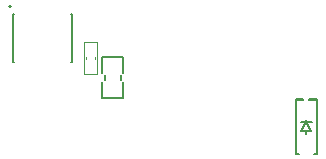
<source format=gbo>
G04*
G04 #@! TF.GenerationSoftware,Altium Limited,Altium Designer,21.3.2 (30)*
G04*
G04 Layer_Color=32896*
%FSTAX25Y25*%
%MOIN*%
G70*
G04*
G04 #@! TF.SameCoordinates,0A4AD645-AEA6-451A-A6B0-79CA1E045321*
G04*
G04*
G04 #@! TF.FilePolarity,Positive*
G04*
G01*
G75*
%ADD15C,0.00787*%
%ADD17C,0.00500*%
%ADD18C,0.00400*%
%ADD97C,0.00700*%
%ADD98C,0.00591*%
D15*
X0336606Y0379244D02*
G03*
X0336606Y0379244I-0000394J0D01*
G01*
X0374Y0357107D02*
Y03624D01*
Y03486D02*
Y0354056D01*
X0367Y03486D02*
Y0354056D01*
Y0357107D02*
Y03624D01*
Y03486D02*
X0374D01*
X0367Y03624D02*
X0374D01*
X0435Y0336638D02*
Y0337819D01*
Y0340575D02*
Y0341362D01*
X0433032Y0337819D02*
X0436575D01*
X0433032D02*
X0435Y0340575D01*
X0436575Y0337819D01*
X0433032Y0340575D02*
X0436969D01*
D17*
X0356449Y036087D02*
X0356842D01*
X0356449Y0376618D02*
X0356842D01*
Y036087D02*
Y0376618D01*
X0337158D02*
X0337551D01*
X0337158Y036087D02*
X0337551D01*
X0337158D02*
Y0376618D01*
D18*
X03607Y03673D02*
X03653D01*
Y03566D02*
Y03673D01*
X03607Y03566D02*
X03653D01*
X03607D02*
Y03673D01*
X03614Y03616D02*
Y03624D01*
X03646Y03616D02*
Y03624D01*
D97*
X0373187Y0354616D02*
Y0356417D01*
X0367787Y0354616D02*
Y0356417D01*
D98*
X0437657Y0329945D02*
X0438606D01*
Y0348D01*
Y03485D01*
X0436D02*
X0438606D01*
X0436Y0348D02*
Y03485D01*
Y0348D02*
X0438606D01*
X0431394D02*
X0434D01*
Y03485D01*
X0431394D02*
X0434D01*
X0431394Y0348D02*
Y03485D01*
Y0329945D02*
Y0348D01*
Y0329945D02*
X0432342D01*
M02*

</source>
